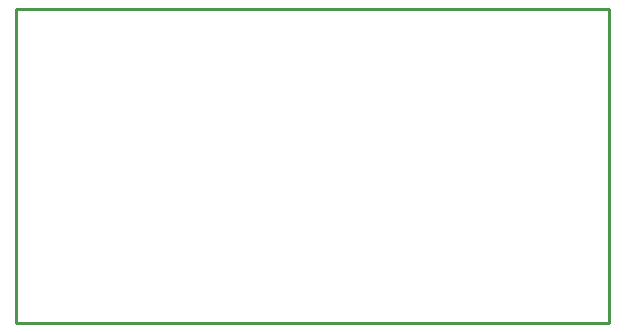
<source format=gko>
G04 Layer: BoardOutline*
G04 EasyEDA v6.2.44, 2019-10-11T09:46:47+02:00*
G04 b694c453db3c4fbcb19a449f5af86211,674c0623d3a246009f606e19fc16e94a,10*
G04 Gerber Generator version 0.2*
G04 Scale: 100 percent, Rotated: No, Reflected: No *
G04 Dimensions in millimeters *
G04 leading zeros omitted , absolute positions ,4 integer and 3 decimal *
%FSLAX43Y43*%
%MOMM*%
G90*
G71D02*

%ADD10C,0.254000*%
G54D10*
G01X0Y26543D02*
G01X50165Y26543D01*
G01X50165Y0D01*
G01X0Y0D01*
G01X0Y26543D01*

%LPD*%
M00*
M02*

</source>
